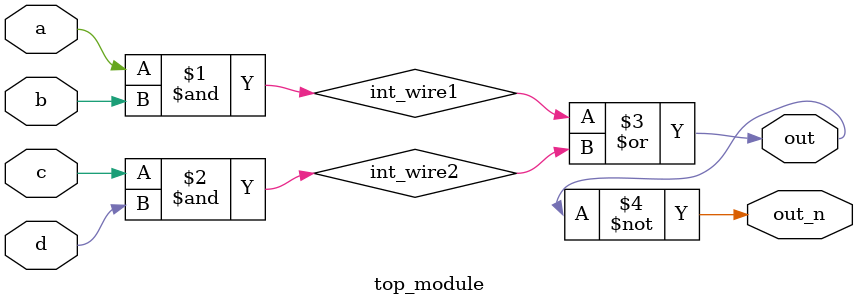
<source format=v>
`default_nettype none
module top_module(
    input a,
    input b,
    input c,
    input d,
    output out,
    output out_n   ); 
	wire int_wire1, int_wire2;
    assign int_wire1 = a&b;
    assign int_wire2 = c&d;
    assign out = int_wire1 | int_wire2;
    assign out_n = ~out;
endmodule

</source>
